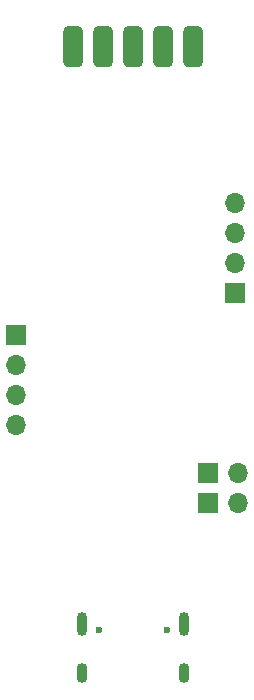
<source format=gbs>
%TF.GenerationSoftware,KiCad,Pcbnew,(5.1.12)-1*%
%TF.CreationDate,2021-12-19T20:34:40+08:00*%
%TF.ProjectId,PCB_EK-Link_Lite,5043425f-454b-42d4-9c69-6e6b5f4c6974,1.3*%
%TF.SameCoordinates,Original*%
%TF.FileFunction,Soldermask,Bot*%
%TF.FilePolarity,Negative*%
%FSLAX46Y46*%
G04 Gerber Fmt 4.6, Leading zero omitted, Abs format (unit mm)*
G04 Created by KiCad (PCBNEW (5.1.12)-1) date 2021-12-19 20:34:40*
%MOMM*%
%LPD*%
G01*
G04 APERTURE LIST*
%ADD10O,1.700000X1.700000*%
%ADD11R,1.700000X1.700000*%
%ADD12C,0.600000*%
%ADD13O,0.900000X1.700000*%
%ADD14O,0.900000X2.000000*%
G04 APERTURE END LIST*
D10*
%TO.C,J6*%
X85090000Y-89408000D03*
D11*
X82550000Y-89408000D03*
%TD*%
D10*
%TO.C,J5*%
X85090000Y-86868000D03*
D11*
X82550000Y-86868000D03*
%TD*%
D10*
%TO.C,J4*%
X84836000Y-64008000D03*
X84836000Y-66548000D03*
X84836000Y-69088000D03*
D11*
X84836000Y-71628000D03*
%TD*%
%TO.C,J3*%
G36*
G01*
X70300000Y-52140000D02*
X70300000Y-49460000D01*
G75*
G02*
X70710000Y-49050000I410000J0D01*
G01*
X71530000Y-49050000D01*
G75*
G02*
X71940000Y-49460000I0J-410000D01*
G01*
X71940000Y-52140000D01*
G75*
G02*
X71530000Y-52550000I-410000J0D01*
G01*
X70710000Y-52550000D01*
G75*
G02*
X70300000Y-52140000I0J410000D01*
G01*
G37*
G36*
G01*
X72840000Y-52140000D02*
X72840000Y-49460000D01*
G75*
G02*
X73250000Y-49050000I410000J0D01*
G01*
X74070000Y-49050000D01*
G75*
G02*
X74480000Y-49460000I0J-410000D01*
G01*
X74480000Y-52140000D01*
G75*
G02*
X74070000Y-52550000I-410000J0D01*
G01*
X73250000Y-52550000D01*
G75*
G02*
X72840000Y-52140000I0J410000D01*
G01*
G37*
G36*
G01*
X75380000Y-52140000D02*
X75380000Y-49460000D01*
G75*
G02*
X75790000Y-49050000I410000J0D01*
G01*
X76610000Y-49050000D01*
G75*
G02*
X77020000Y-49460000I0J-410000D01*
G01*
X77020000Y-52140000D01*
G75*
G02*
X76610000Y-52550000I-410000J0D01*
G01*
X75790000Y-52550000D01*
G75*
G02*
X75380000Y-52140000I0J410000D01*
G01*
G37*
G36*
G01*
X77920000Y-52140000D02*
X77920000Y-49460000D01*
G75*
G02*
X78330000Y-49050000I410000J0D01*
G01*
X79150000Y-49050000D01*
G75*
G02*
X79560000Y-49460000I0J-410000D01*
G01*
X79560000Y-52140000D01*
G75*
G02*
X79150000Y-52550000I-410000J0D01*
G01*
X78330000Y-52550000D01*
G75*
G02*
X77920000Y-52140000I0J410000D01*
G01*
G37*
G36*
G01*
X80460000Y-52140000D02*
X80460000Y-49460000D01*
G75*
G02*
X80870000Y-49050000I410000J0D01*
G01*
X81690000Y-49050000D01*
G75*
G02*
X82100000Y-49460000I0J-410000D01*
G01*
X82100000Y-52140000D01*
G75*
G02*
X81690000Y-52550000I-410000J0D01*
G01*
X80870000Y-52550000D01*
G75*
G02*
X80460000Y-52140000I0J410000D01*
G01*
G37*
%TD*%
D10*
%TO.C,J2*%
X66294000Y-82804000D03*
X66294000Y-80264000D03*
X66294000Y-77724000D03*
D11*
X66294000Y-75184000D03*
%TD*%
D12*
%TO.C,J1*%
X73310000Y-100150000D03*
X79090000Y-100150000D03*
D13*
X80520000Y-103840000D03*
X71880000Y-103840000D03*
D14*
X80520000Y-99670000D03*
X71880000Y-99670000D03*
%TD*%
M02*

</source>
